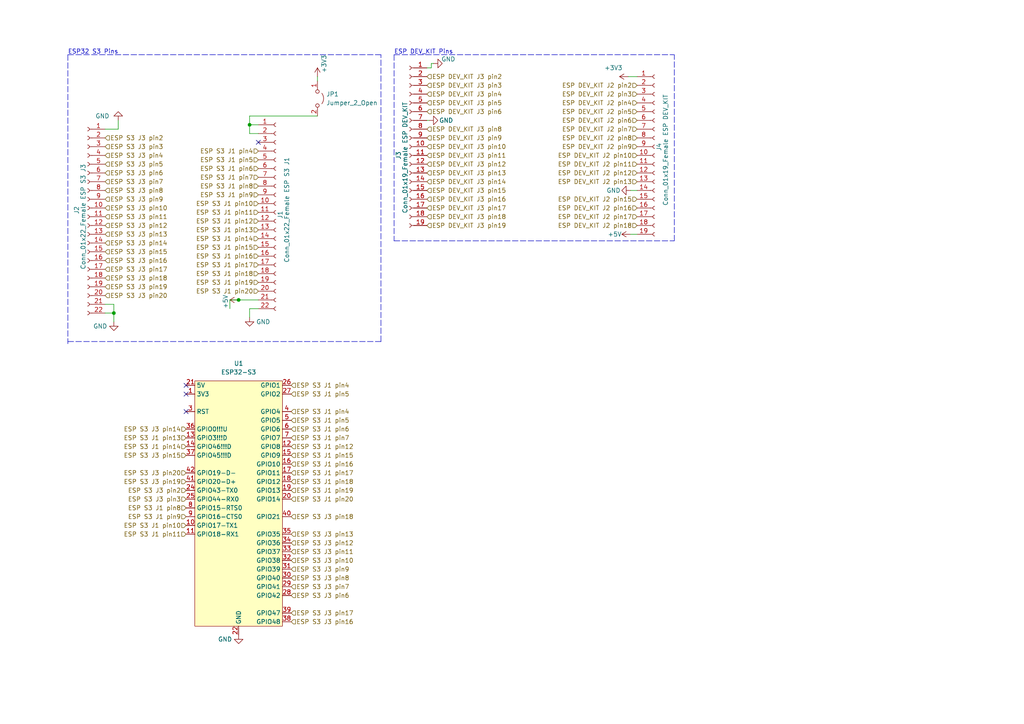
<source format=kicad_sch>
(kicad_sch (version 20211123) (generator eeschema)
  (paper "A4")
  (lib_symbols
    (symbol "Connector:Conn_01x19_Female" (pin_names (offset 1.016) hide)
      (property "Reference" "J" (at 0 25.4 0))
      (property "Value" "Conn_01x19_Female" (at 0 -25.4 0))
      (symbol "Conn_01x19_Female_1_1"
        (arc (start 0 -22.352) (mid -0.508 -22.86) (end 0 -23.368) (stroke (width 0.1524)))
        (arc (start 0 -19.812) (mid -0.508 -20.32) (end 0 -20.828) (stroke (width 0.1524)))
        (arc (start 0 -17.272) (mid -0.508 -17.78) (end 0 -18.288) (stroke (width 0.1524)))
        (arc (start 0 -14.732) (mid -0.508 -15.24) (end 0 -15.748) (stroke (width 0.1524)))
        (arc (start 0 -12.192) (mid -0.508 -12.7) (end 0 -13.208) (stroke (width 0.1524)))
        (arc (start 0 -9.652) (mid -0.508 -10.16) (end 0 -10.668) (stroke (width 0.1524)))
        (arc (start 0 -7.112) (mid -0.508 -7.62) (end 0 -8.128) (stroke (width 0.1524)))
        (arc (start 0 -4.572) (mid -0.508 -5.08) (end 0 -5.588) (stroke (width 0.1524)))
        (arc (start 0 -2.032) (mid -0.508 -2.54) (end 0 -3.048) (stroke (width 0.1524)))
        (polyline (pts (xy -1.27 -22.86) (xy -0.508 -22.86)) (stroke (width 0.1524)))
        (polyline (pts (xy -1.27 -20.32) (xy -0.508 -20.32)) (stroke (width 0.1524)))
        (polyline (pts (xy -1.27 -17.78) (xy -0.508 -17.78)) (stroke (width 0.1524)))
        (polyline (pts (xy -1.27 -15.24) (xy -0.508 -15.24)) (stroke (width 0.1524)))
        (polyline (pts (xy -1.27 -12.7) (xy -0.508 -12.7)) (stroke (width 0.1524)))
        (polyline (pts (xy -1.27 -10.16) (xy -0.508 -10.16)) (stroke (width 0.1524)))
        (polyline (pts (xy -1.27 -7.62) (xy -0.508 -7.62)) (stroke (width 0.1524)))
        (polyline (pts (xy -1.27 -5.08) (xy -0.508 -5.08)) (stroke (width 0.1524)))
        (polyline (pts (xy -1.27 -2.54) (xy -0.508 -2.54)) (stroke (width 0.1524)))
        (polyline (pts (xy -1.27 0) (xy -0.508 0)) (stroke (width 0.1524)))
        (polyline (pts (xy -1.27 2.54) (xy -0.508 2.54)) (stroke (width 0.1524)))
        (polyline (pts (xy -1.27 5.08) (xy -0.508 5.08)) (stroke (width 0.1524)))
        (polyline (pts (xy -1.27 7.62) (xy -0.508 7.62)) (stroke (width 0.1524)))
        (polyline (pts (xy -1.27 10.16) (xy -0.508 10.16)) (stroke (width 0.1524)))
        (polyline (pts (xy -1.27 12.7) (xy -0.508 12.7)) (stroke (width 0.1524)))
        (polyline (pts (xy -1.27 15.24) (xy -0.508 15.24)) (stroke (width 0.1524)))
        (polyline (pts (xy -1.27 17.78) (xy -0.508 17.78)) (stroke (width 0.1524)))
        (polyline (pts (xy -1.27 20.32) (xy -0.508 20.32)) (stroke (width 0.1524)))
        (polyline (pts (xy -1.27 22.86) (xy -0.508 22.86)) (stroke (width 0.1524)))
        (arc (start 0 0.508) (mid -0.508 0) (end 0 -0.508) (stroke (width 0.1524)))
        (arc (start 0 3.048) (mid -0.508 2.54) (end 0 2.032) (stroke (width 0.1524)))
        (arc (start 0 5.588) (mid -0.508 5.08) (end 0 4.572) (stroke (width 0.1524)))
        (arc (start 0 8.128) (mid -0.508 7.62) (end 0 7.112) (stroke (width 0.1524)))
        (arc (start 0 10.668) (mid -0.508 10.16) (end 0 9.652) (stroke (width 0.1524)))
        (arc (start 0 13.208) (mid -0.508 12.7) (end 0 12.192) (stroke (width 0.1524)))
        (arc (start 0 15.748) (mid -0.508 15.24) (end 0 14.732) (stroke (width 0.1524)))
        (arc (start 0 18.288) (mid -0.508 17.78) (end 0 17.272) (stroke (width 0.1524)))
        (arc (start 0 20.828) (mid -0.508 20.32) (end 0 19.812) (stroke (width 0.1524)))
        (arc (start 0 23.368) (mid -0.508 22.86) (end 0 22.352) (stroke (width 0.1524)))
        (pin passive line (at -5.08 22.86 0) (length 3.81) (name "Pin_1") (number "1"))
        (pin passive line (at -5.08 0 0) (length 3.81) (name "Pin_10") (number "10"))
        (pin passive line (at -5.08 -2.54 0) (length 3.81) (name "Pin_11") (number "11"))
        (pin passive line (at -5.08 -5.08 0) (length 3.81) (name "Pin_12") (number "12"))
        (pin passive line (at -5.08 -7.62 0) (length 3.81) (name "Pin_13") (number "13"))
        (pin passive line (at -5.08 -10.16 0) (length 3.81) (name "Pin_14") (number "14"))
        (pin passive line (at -5.08 -12.7 0) (length 3.81) (name "Pin_15") (number "15"))
        (pin passive line (at -5.08 -15.24 0) (length 3.81) (name "Pin_16") (number "16"))
        (pin passive line (at -5.08 -17.78 0) (length 3.81) (name "Pin_17") (number "17"))
        (pin passive line (at -5.08 -20.32 0) (length 3.81) (name "Pin_18") (number "18"))
        (pin passive line (at -5.08 -22.86 0) (length 3.81) (name "Pin_19") (number "19"))
        (pin passive line (at -5.08 20.32 0) (length 3.81) (name "Pin_2") (number "2"))
        (pin passive line (at -5.08 17.78 0) (length 3.81) (name "Pin_3") (number "3"))
        (pin passive line (at -5.08 15.24 0) (length 3.81) (name "Pin_4") (number "4"))
        (pin passive line (at -5.08 12.7 0) (length 3.81) (name "Pin_5") (number "5"))
        (pin passive line (at -5.08 10.16 0) (length 3.81) (name "Pin_6") (number "6"))
        (pin passive line (at -5.08 7.62 0) (length 3.81) (name "Pin_7") (number "7"))
        (pin passive line (at -5.08 5.08 0) (length 3.81) (name "Pin_8") (number "8"))
        (pin passive line (at -5.08 2.54 0) (length 3.81) (name "Pin_9") (number "9"))
      )
    )
    (symbol "Connector:Conn_01x22_Female" (pin_names (offset 1.016) hide)
      (property "Reference" "J" (at 0 27.94 0))
      (property "Value" "Conn_01x22_Female" (at 0 -30.48 0))
      (symbol "Conn_01x22_Female_1_1"
        (arc (start 0 -27.432) (mid -0.508 -27.94) (end 0 -28.448) (stroke (width 0.1524)))
        (arc (start 0 -24.892) (mid -0.508 -25.4) (end 0 -25.908) (stroke (width 0.1524)))
        (arc (start 0 -22.352) (mid -0.508 -22.86) (end 0 -23.368) (stroke (width 0.1524)))
        (arc (start 0 -19.812) (mid -0.508 -20.32) (end 0 -20.828) (stroke (width 0.1524)))
        (arc (start 0 -17.272) (mid -0.508 -17.78) (end 0 -18.288) (stroke (width 0.1524)))
        (arc (start 0 -14.732) (mid -0.508 -15.24) (end 0 -15.748) (stroke (width 0.1524)))
        (arc (start 0 -12.192) (mid -0.508 -12.7) (end 0 -13.208) (stroke (width 0.1524)))
        (arc (start 0 -9.652) (mid -0.508 -10.16) (end 0 -10.668) (stroke (width 0.1524)))
        (arc (start 0 -7.112) (mid -0.508 -7.62) (end 0 -8.128) (stroke (width 0.1524)))
        (arc (start 0 -4.572) (mid -0.508 -5.08) (end 0 -5.588) (stroke (width 0.1524)))
        (arc (start 0 -2.032) (mid -0.508 -2.54) (end 0 -3.048) (stroke (width 0.1524)))
        (polyline (pts (xy -1.27 -27.94) (xy -0.508 -27.94)) (stroke (width 0.1524)))
        (polyline (pts (xy -1.27 -25.4) (xy -0.508 -25.4)) (stroke (width 0.1524)))
        (polyline (pts (xy -1.27 -22.86) (xy -0.508 -22.86)) (stroke (width 0.1524)))
        (polyline (pts (xy -1.27 -20.32) (xy -0.508 -20.32)) (stroke (width 0.1524)))
        (polyline (pts (xy -1.27 -17.78) (xy -0.508 -17.78)) (stroke (width 0.1524)))
        (polyline (pts (xy -1.27 -15.24) (xy -0.508 -15.24)) (stroke (width 0.1524)))
        (polyline (pts (xy -1.27 -12.7) (xy -0.508 -12.7)) (stroke (width 0.1524)))
        (polyline (pts (xy -1.27 -10.16) (xy -0.508 -10.16)) (stroke (width 0.1524)))
        (polyline (pts (xy -1.27 -7.62) (xy -0.508 -7.62)) (stroke (width 0.1524)))
        (polyline (pts (xy -1.27 -5.08) (xy -0.508 -5.08)) (stroke (width 0.1524)))
        (polyline (pts (xy -1.27 -2.54) (xy -0.508 -2.54)) (stroke (width 0.1524)))
        (polyline (pts (xy -1.27 0) (xy -0.508 0)) (stroke (width 0.1524)))
        (polyline (pts (xy -1.27 2.54) (xy -0.508 2.54)) (stroke (width 0.1524)))
        (polyline (pts (xy -1.27 5.08) (xy -0.508 5.08)) (stroke (width 0.1524)))
        (polyline (pts (xy -1.27 7.62) (xy -0.508 7.62)) (stroke (width 0.1524)))
        (polyline (pts (xy -1.27 10.16) (xy -0.508 10.16)) (stroke (width 0.1524)))
        (polyline (pts (xy -1.27 12.7) (xy -0.508 12.7)) (stroke (width 0.1524)))
        (polyline (pts (xy -1.27 15.24) (xy -0.508 15.24)) (stroke (width 0.1524)))
        (polyline (pts (xy -1.27 17.78) (xy -0.508 17.78)) (stroke (width 0.1524)))
        (polyline (pts (xy -1.27 20.32) (xy -0.508 20.32)) (stroke (width 0.1524)))
        (polyline (pts (xy -1.27 22.86) (xy -0.508 22.86)) (stroke (width 0.1524)))
        (polyline (pts (xy -1.27 25.4) (xy -0.508 25.4)) (stroke (width 0.1524)))
        (arc (start 0 0.508) (mid -0.508 0) (end 0 -0.508) (stroke (width 0.1524)))
        (arc (start 0 3.048) (mid -0.508 2.54) (end 0 2.032) (stroke (width 0.1524)))
        (arc (start 0 5.588) (mid -0.508 5.08) (end 0 4.572) (stroke (width 0.1524)))
        (arc (start 0 8.128) (mid -0.508 7.62) (end 0 7.112) (stroke (width 0.1524)))
        (arc (start 0 10.668) (mid -0.508 10.16) (end 0 9.652) (stroke (width 0.1524)))
        (arc (start 0 13.208) (mid -0.508 12.7) (end 0 12.192) (stroke (width 0.1524)))
        (arc (start 0 15.748) (mid -0.508 15.24) (end 0 14.732) (stroke (width 0.1524)))
        (arc (start 0 18.288) (mid -0.508 17.78) (end 0 17.272) (stroke (width 0.1524)))
        (arc (start 0 20.828) (mid -0.508 20.32) (end 0 19.812) (stroke (width 0.1524)))
        (arc (start 0 23.368) (mid -0.508 22.86) (end 0 22.352) (stroke (width 0.1524)))
        (arc (start 0 25.908) (mid -0.508 25.4) (end 0 24.892) (stroke (width 0.1524)))
        (pin passive line (at -5.08 25.4 0) (length 3.81) (name "Pin_1") (number "1"))
        (pin passive line (at -5.08 2.54 0) (length 3.81) (name "Pin_10") (number "10"))
        (pin passive line (at -5.08 0 0) (length 3.81) (name "Pin_11") (number "11"))
        (pin passive line (at -5.08 -2.54 0) (length 3.81) (name "Pin_12") (number "12"))
        (pin passive line (at -5.08 -5.08 0) (length 3.81) (name "Pin_13") (number "13"))
        (pin passive line (at -5.08 -7.62 0) (length 3.81) (name "Pin_14") (number "14"))
        (pin passive line (at -5.08 -10.16 0) (length 3.81) (name "Pin_15") (number "15"))
        (pin passive line (at -5.08 -12.7 0) (length 3.81) (name "Pin_16") (number "16"))
        (pin passive line (at -5.08 -15.24 0) (length 3.81) (name "Pin_17") (number "17"))
        (pin passive line (at -5.08 -17.78 0) (length 3.81) (name "Pin_18") (number "18"))
        (pin passive line (at -5.08 -20.32 0) (length 3.81) (name "Pin_19") (number "19"))
        (pin passive line (at -5.08 22.86 0) (length 3.81) (name "Pin_2") (number "2"))
        (pin passive line (at -5.08 -22.86 0) (length 3.81) (name "Pin_20") (number "20"))
        (pin passive line (at -5.08 -25.4 0) (length 3.81) (name "Pin_21") (number "21"))
        (pin passive line (at -5.08 -27.94 0) (length 3.81) (name "Pin_22") (number "22"))
        (pin passive line (at -5.08 20.32 0) (length 3.81) (name "Pin_3") (number "3"))
        (pin passive line (at -5.08 17.78 0) (length 3.81) (name "Pin_4") (number "4"))
        (pin passive line (at -5.08 15.24 0) (length 3.81) (name "Pin_5") (number "5"))
        (pin passive line (at -5.08 12.7 0) (length 3.81) (name "Pin_6") (number "6"))
        (pin passive line (at -5.08 10.16 0) (length 3.81) (name "Pin_7") (number "7"))
        (pin passive line (at -5.08 7.62 0) (length 3.81) (name "Pin_8") (number "8"))
        (pin passive line (at -5.08 5.08 0) (length 3.81) (name "Pin_9") (number "9"))
      )
    )
    (symbol "Jumper:Jumper_2_Open" (pin_names (offset 0) hide)
      (property "Reference" "JP" (at 0 2.794 0))
      (property "Value" "Jumper_2_Open" (at 0 -2.286 0))
      (symbol "Jumper_2_Open_0_0"
        (circle (center -2.032 0) (radius 0.508))
        (circle (center 2.032 0) (radius 0.508))
      )
      (symbol "Jumper_2_Open_0_1"
        (arc (start 1.524 1.27) (mid 0 1.778) (end -1.524 1.27))
      )
      (symbol "Jumper_2_Open_1_1"
        (pin passive line (at -5.08 0 0) (length 2.54) (name "A") (number "1"))
        (pin passive line (at 5.08 0 180) (length 2.54) (name "B") (number "2"))
      )
    )
    (symbol "Robotarna_KiCad_Library:ESP32-S3"
      (property "Reference" "U" (at 0 5.08 0))
      (property "Value" "ESP32-S3" (at 0 2.54 0))
      (symbol "ESP32-S3_0_1"
        (rectangle (start -12.7 1.27) (end 12.7 -69.85) (fill (type background)))
      )
      (symbol "ESP32-S3_1_1"
        (pin power_in line (at -15.24 -2.54 0) (length 2.54) (name "3V3") (number "1"))
        (pin bidirectional line (at -15.24 -40.64 0) (length 2.54) (name "GPIO17-TX1") (number "10"))
        (pin bidirectional line (at -15.24 -43.18 0) (length 2.54) (name "GPIO18-RX1") (number "11"))
        (pin bidirectional line (at 15.24 -17.78 180) (length 2.54) (name "GPIO8") (number "12"))
        (pin bidirectional line (at -15.24 -15.24 0) (length 2.54) (name "GPIO3!!!D") (number "13"))
        (pin bidirectional line (at -15.24 -17.78 0) (length 2.54) (name "GPIO46!!!D") (number "14"))
        (pin bidirectional line (at 15.24 -20.32 180) (length 2.54) (name "GPIO9") (number "15"))
        (pin bidirectional line (at 15.24 -22.86 180) (length 2.54) (name "GPIO10") (number "16"))
        (pin bidirectional line (at 15.24 -25.4 180) (length 2.54) (name "GPIO11") (number "17"))
        (pin bidirectional line (at 15.24 -27.94 180) (length 2.54) (name "GPIO12") (number "18"))
        (pin bidirectional line (at 15.24 -30.48 180) (length 2.54) (name "GPIO13") (number "19"))
        (pin input line (at -15.24 -2.54 0) (length 2.54) hide (name "3V3") (number "2"))
        (pin bidirectional line (at 15.24 -33.02 180) (length 2.54) (name "GPIO14") (number "20"))
        (pin power_in line (at -15.24 0 0) (length 2.54) (name "5V") (number "21"))
        (pin bidirectional line (at 0 -72.39 90) (length 2.54) (name "GND") (number "22"))
        (pin input line (at 0 -72.39 90) (length 2.54) hide (name "GND") (number "23"))
        (pin bidirectional line (at -15.24 -30.48 0) (length 2.54) (name "GPIO43-TX0") (number "24"))
        (pin bidirectional line (at -15.24 -33.02 0) (length 2.54) (name "GPIO44-RX0") (number "25"))
        (pin bidirectional line (at 15.24 0 180) (length 2.54) (name "GPIO1") (number "26"))
        (pin bidirectional line (at 15.24 -2.54 180) (length 2.54) (name "GPIO2") (number "27"))
        (pin bidirectional line (at 15.24 -60.96 180) (length 2.54) (name "GPIO42") (number "28"))
        (pin bidirectional line (at 15.24 -58.42 180) (length 2.54) (name "GPIO41") (number "29"))
        (pin input line (at -15.24 -7.62 0) (length 2.54) (name "RST") (number "3"))
        (pin bidirectional line (at 15.24 -55.88 180) (length 2.54) (name "GPIO40") (number "30"))
        (pin bidirectional line (at 15.24 -53.34 180) (length 2.54) (name "GPIO39") (number "31"))
        (pin bidirectional line (at 15.24 -50.8 180) (length 2.54) (name "GPIO38") (number "32"))
        (pin bidirectional line (at 15.24 -48.26 180) (length 2.54) (name "GPIO37") (number "33"))
        (pin bidirectional line (at 15.24 -45.72 180) (length 2.54) (name "GPIO36") (number "34"))
        (pin bidirectional line (at 15.24 -43.18 180) (length 2.54) (name "GPIO35") (number "35"))
        (pin bidirectional line (at -15.24 -12.7 0) (length 2.54) (name "GPIO0!!!U") (number "36"))
        (pin bidirectional line (at -15.24 -20.32 0) (length 2.54) (name "GPIO45!!!D") (number "37"))
        (pin bidirectional line (at 15.24 -68.58 180) (length 2.54) (name "GPIO48") (number "38"))
        (pin bidirectional line (at 15.24 -66.04 180) (length 2.54) (name "GPIO47") (number "39"))
        (pin bidirectional line (at 15.24 -7.62 180) (length 2.54) (name "GPIO4") (number "4"))
        (pin bidirectional line (at 15.24 -38.1 180) (length 2.54) (name "GPIO21") (number "40"))
        (pin bidirectional line (at -15.24 -27.94 0) (length 2.54) (name "GPIO20-D+") (number "41"))
        (pin bidirectional line (at -15.24 -25.4 0) (length 2.54) (name "GPIO19-D-") (number "42"))
        (pin input line (at 0 -72.39 90) (length 2.54) hide (name "GND") (number "43"))
        (pin input line (at 0 -72.39 90) (length 2.54) hide (name "GND") (number "44"))
        (pin bidirectional line (at 15.24 -10.16 180) (length 2.54) (name "GPIO5") (number "5"))
        (pin bidirectional line (at 15.24 -12.7 180) (length 2.54) (name "GPIO6") (number "6"))
        (pin bidirectional line (at 15.24 -15.24 180) (length 2.54) (name "GPIO7") (number "7"))
        (pin bidirectional line (at -15.24 -35.56 0) (length 2.54) (name "GPIO15-RTS0") (number "8"))
        (pin bidirectional line (at -15.24 -38.1 0) (length 2.54) (name "GPIO16-CTS0") (number "9"))
      )
    )
    (symbol "power:+3V3" (power) (pin_names (offset 0))
      (property "Value" "+3V3" (at 0 3.556 0))
      (symbol "+3V3_0_1"
        (polyline (pts (xy -0.762 1.27) (xy 0 2.54)))
        (polyline (pts (xy 0 0) (xy 0 2.54)))
        (polyline (pts (xy 0 2.54) (xy 0.762 1.27)))
      )
      (symbol "+3V3_1_1"
        (pin power_in line (at 0 0 90) (length 0) hide (name "+3V3") (number "1"))
      )
    )
    (symbol "power:+5V" (power) (pin_names (offset 0))
      (property "Value" "+5V" (at 0 3.556 0))
      (symbol "+5V_0_1"
        (polyline (pts (xy -0.762 1.27) (xy 0 2.54)))
        (polyline (pts (xy 0 0) (xy 0 2.54)))
        (polyline (pts (xy 0 2.54) (xy 0.762 1.27)))
      )
      (symbol "+5V_1_1"
        (pin power_in line (at 0 0 90) (length 0) hide (name "+5V") (number "1"))
      )
    )
    (symbol "power:GND" (power) (pin_names (offset 0))
      (property "Value" "GND" (at 0 -3.81 0))
      (symbol "GND_0_1"
        (polyline (pts (xy 0 0) (xy 0 -1.27) (xy 1.27 -1.27) (xy 0 -2.54) (xy -1.27 -1.27) (xy 0 -1.27)))
      )
      (symbol "GND_1_1"
        (pin power_in line (at 0 0 270) (length 0) hide (name "GND") (number "1"))
      )
    )
  )
  (junction (at 72.39 36.195))
  (junction (at 33.02 90.805))
  (junction (at 69.215 86.995))
  (no_connect (at 53.975 119.38))
  (no_connect (at 53.975 114.3))
  (no_connect (at 74.93 41.275))
  (no_connect (at 53.975 111.76))
  (wire (pts (xy 182.245 22.225) (xy 184.785 22.225)))
  (wire (pts (xy 123.825 34.925) (xy 124.46 34.925)))
  (polyline (pts (xy 19.685 15.875) (xy 110.49 15.875)))
  (polyline (pts (xy 19.685 15.875) (xy 19.685 99.695)))
  (wire (pts (xy 33.02 90.805) (xy 33.02 93.345)))
  (polyline (pts (xy 195.58 69.85) (xy 195.58 15.875)))
  (wire (pts (xy 66.675 86.995) (xy 66.675 89.535)))
  (wire (pts (xy 33.02 88.265) (xy 33.02 90.805)))
  (wire (pts (xy 125.095 19.685) (xy 125.095 18.415)))
  (wire (pts (xy 74.93 89.535) (xy 72.39 89.535)))
  (wire (pts (xy 182.88 55.245) (xy 184.785 55.245)))
  (wire (pts (xy 72.39 33.655) (xy 92.075 33.655)))
  (polyline (pts (xy 110.49 99.06) (xy 110.49 15.875)))
  (wire (pts (xy 182.88 67.945) (xy 184.785 67.945)))
  (wire (pts (xy 125.095 18.415) (xy 125.73 18.415)))
  (polyline (pts (xy 19.685 99.06) (xy 110.49 99.06)))
  (polyline (pts (xy 114.3 69.85) (xy 195.58 69.85)))
  (wire (pts (xy 123.825 19.685) (xy 125.095 19.685)))
  (polyline (pts (xy 114.3 15.875) (xy 195.58 15.875)))
  (wire (pts (xy 72.39 33.655) (xy 72.39 36.195)))
  (polyline (pts (xy 114.3 15.875) (xy 114.3 69.85)))
  (wire (pts (xy 30.48 90.805) (xy 33.02 90.805)))
  (wire (pts (xy 72.39 36.195) (xy 74.93 36.195)))
  (wire (pts (xy 74.93 38.735) (xy 72.39 38.735)))
  (wire (pts (xy 33.02 88.265) (xy 30.48 88.265)))
  (wire (pts (xy 72.39 89.535) (xy 72.39 92.075)))
  (wire (pts (xy 34.29 37.465) (xy 30.48 37.465)))
  (wire (pts (xy 92.075 23.495) (xy 92.075 22.225)))
  (wire (pts (xy 66.675 86.995) (xy 69.215 86.995)))
  (wire (pts (xy 34.29 34.925) (xy 34.29 37.465)))
  (wire (pts (xy 72.39 36.195) (xy 72.39 38.735)))
  (wire (pts (xy 69.215 86.995) (xy 74.93 86.995)))
  (text "ESP DEV_KIT Pins" (at 114.3 15.875 0) (effects (font (size 1.27 1.27)) (justify left bottom)))
  (text "ESP32 S3 Pins" (at 19.685 15.875 0) (effects (font (size 1.27 1.27)) (justify left bottom)))
  (hierarchical_label "ESP S3 J1 pin4" (shape input) (at 84.455 111.76 0))
  (hierarchical_label "ESP DEV_KIT J2 pin10" (shape input) (at 184.785 45.085 180))
  (hierarchical_label "ESP S3 J1 pin17" (shape input) (at 84.455 137.16 0))
  (hierarchical_label "ESP DEV_KIT J2 pin18" (shape input) (at 184.785 65.405 180))
  (hierarchical_label "ESP DEV_KIT J3 pin18" (shape input) (at 123.825 62.865 0))
  (hierarchical_label "ESP S3 J3 pin14" (shape input) (at 30.48 70.485 0))
  (hierarchical_label "ESP S3 J1 pin20" (shape input) (at 74.93 84.455 180))
  (hierarchical_label "ESP DEV_KIT J2 pin4" (shape input) (at 184.785 29.845 180))
  (hierarchical_label "ESP DEV_KIT J3 pin9" (shape input) (at 123.825 40.005 0))
  (hierarchical_label "ESP S3 J3 pin10" (shape input) (at 84.455 162.56 0))
  (hierarchical_label "ESP S3 J1 pin13" (shape input) (at 53.975 127 180))
  (hierarchical_label "ESP S3 J1 pin7" (shape input) (at 74.93 51.435 180))
  (hierarchical_label "ESP S3 J1 pin16" (shape input) (at 84.455 134.62 0))
  (hierarchical_label "ESP DEV_KIT J3 pin4" (shape input) (at 123.825 27.305 0))
  (hierarchical_label "ESP S3 J3 pin14" (shape input) (at 53.975 124.46 180))
  (hierarchical_label "ESP DEV_KIT J3 pin17" (shape input) (at 123.825 60.325 0))
  (hierarchical_label "ESP S3 J1 pin6" (shape input) (at 74.93 48.895 180))
  (hierarchical_label "ESP S3 J1 pin4" (shape input) (at 74.93 43.815 180))
  (hierarchical_label "ESP S3 J3 pin9" (shape input) (at 30.48 57.785 0))
  (hierarchical_label "ESP S3 J3 pin7" (shape input) (at 84.455 170.18 0))
  (hierarchical_label "ESP S3 J1 pin12" (shape input) (at 74.93 64.135 180))
  (hierarchical_label "ESP DEV_KIT J3 pin6" (shape input) (at 123.825 32.385 0))
  (hierarchical_label "ESP S3 J3 pin16" (shape input) (at 84.455 180.34 0))
  (hierarchical_label "ESP S3 J1 pin9" (shape input) (at 53.975 149.86 180))
  (hierarchical_label "ESP S3 J3 pin17" (shape input) (at 30.48 78.105 0))
  (hierarchical_label "ESP S3 J1 pin4" (shape input) (at 84.455 119.38 0))
  (hierarchical_label "ESP DEV_KIT J3 pin16" (shape input) (at 123.825 57.785 0))
  (hierarchical_label "ESP S3 J1 pin18" (shape input) (at 74.93 79.375 180))
  (hierarchical_label "ESP DEV_KIT J2 pin11" (shape input) (at 184.785 47.625 180))
  (hierarchical_label "ESP S3 J3 pin17" (shape input) (at 84.455 177.8 0))
  (hierarchical_label "ESP S3 J1 pin17" (shape input) (at 74.93 76.835 180))
  (hierarchical_label "ESP S3 J3 pin18" (shape input) (at 84.455 149.86 0))
  (hierarchical_label "ESP S3 J1 pin5" (shape input) (at 74.93 46.355 180))
  (hierarchical_label "ESP S3 J3 pin3" (shape input) (at 30.48 42.545 0))
  (hierarchical_label "ESP S3 J3 pin7" (shape input) (at 30.48 52.705 0))
  (hierarchical_label "ESP S3 J1 pin6" (shape input) (at 84.455 124.46 0))
  (hierarchical_label "ESP DEV_KIT J2 pin9" (shape input) (at 184.785 42.545 180))
  (hierarchical_label "ESP S3 J3 pin13" (shape input) (at 84.455 154.94 0))
  (hierarchical_label "ESP DEV_KIT J2 pin13" (shape input) (at 184.785 52.705 180))
  (hierarchical_label "ESP DEV_KIT J2 pin5" (shape input) (at 184.785 32.385 180))
  (hierarchical_label "ESP S3 J1 pin19" (shape input) (at 74.93 81.915 180))
  (hierarchical_label "ESP DEV_KIT J3 pin14" (shape input) (at 123.825 52.705 0))
  (hierarchical_label "ESP S3 J3 pin11" (shape input) (at 30.48 62.865 0))
  (hierarchical_label "ESP S3 J3 pin3" (shape input) (at 53.975 144.78 180))
  (hierarchical_label "ESP S3 J1 pin19" (shape input) (at 84.455 142.24 0))
  (hierarchical_label "ESP DEV_KIT J2 pin17" (shape input) (at 184.785 62.865 180))
  (hierarchical_label "ESP S3 J1 pin15" (shape input) (at 74.93 71.755 180))
  (hierarchical_label "ESP S3 J1 pin7" (shape input) (at 84.455 127 0))
  (hierarchical_label "ESP S3 J3 pin8" (shape input) (at 30.48 55.245 0))
  (hierarchical_label "ESP S3 J3 pin20" (shape input) (at 30.48 85.725 0))
  (hierarchical_label "ESP S3 J1 pin18" (shape input) (at 84.455 139.7 0))
  (hierarchical_label "ESP DEV_KIT J2 pin6" (shape input) (at 184.785 34.925 180))
  (hierarchical_label "ESP S3 J3 pin5" (shape input) (at 30.48 47.625 0))
  (hierarchical_label "ESP S3 J3 pin6" (shape input) (at 30.48 50.165 0))
  (hierarchical_label "ESP S3 J3 pin15" (shape input) (at 53.975 132.08 180))
  (hierarchical_label "ESP S3 J3 pin2" (shape input) (at 53.975 142.24 180))
  (hierarchical_label "ESP S3 J3 pin12" (shape input) (at 84.455 157.48 0))
  (hierarchical_label "ESP S3 J1 pin20" (shape input) (at 84.455 144.78 0))
  (hierarchical_label "ESP DEV_KIT J3 pin10" (shape input) (at 123.825 42.545 0))
  (hierarchical_label "ESP DEV_KIT J3 pin11" (shape input) (at 123.825 45.085 0))
  (hierarchical_label "ESP S3 J1 pin11" (shape input) (at 74.93 61.595 180))
  (hierarchical_label "ESP S3 J1 pin10" (shape input) (at 53.975 152.4 180))
  (hierarchical_label "ESP S3 J3 pin8" (shape input) (at 84.455 167.64 0))
  (hierarchical_label "ESP S3 J1 pin8" (shape input) (at 53.975 147.32 180))
  (hierarchical_label "ESP S3 J1 pin16" (shape input) (at 74.93 74.295 180))
  (hierarchical_label "ESP S3 J3 pin2" (shape input) (at 30.48 40.005 0))
  (hierarchical_label "ESP DEV_KIT J3 pin19" (shape input) (at 123.825 65.405 0))
  (hierarchical_label "ESP S3 J3 pin12" (shape input) (at 30.48 65.405 0))
  (hierarchical_label "ESP S3 J1 pin14" (shape input) (at 53.975 129.54 180))
  (hierarchical_label "ESP S3 J1 pin10" (shape input) (at 74.93 59.055 180))
  (hierarchical_label "ESP DEV_KIT J2 pin15" (shape input) (at 184.785 57.785 180))
  (hierarchical_label "ESP S3 J1 pin5" (shape input) (at 84.455 121.92 0))
  (hierarchical_label "ESP DEV_KIT J3 pin5" (shape input) (at 123.825 29.845 0))
  (hierarchical_label "ESP S3 J1 pin8" (shape input) (at 74.93 53.975 180))
  (hierarchical_label "ESP DEV_KIT J3 pin2" (shape input) (at 123.825 22.225 0))
  (hierarchical_label "ESP DEV_KIT J2 pin16" (shape input) (at 184.785 60.325 180))
  (hierarchical_label "ESP DEV_KIT J3 pin3" (shape input) (at 123.825 24.765 0))
  (hierarchical_label "ESP DEV_KIT J2 pin12" (shape input) (at 184.785 50.165 180))
  (hierarchical_label "ESP S3 J1 pin9" (shape input) (at 74.93 56.515 180))
  (hierarchical_label "ESP S3 J3 pin19" (shape input) (at 30.48 83.185 0))
  (hierarchical_label "ESP S3 J1 pin11" (shape input) (at 53.975 154.94 180))
  (hierarchical_label "ESP S3 J3 pin6" (shape input) (at 84.455 172.72 0))
  (hierarchical_label "ESP S3 J3 pin9" (shape input) (at 84.455 165.1 0))
  (hierarchical_label "ESP S3 J3 pin13" (shape input) (at 30.48 67.945 0))
  (hierarchical_label "ESP DEV_KIT J3 pin15" (shape input) (at 123.825 55.245 0))
  (hierarchical_label "ESP DEV_KIT J3 pin8" (shape input) (at 123.825 37.465 0))
  (hierarchical_label "ESP S3 J3 pin16" (shape input) (at 30.48 75.565 0))
  (hierarchical_label "ESP S3 J3 pin20" (shape input) (at 53.975 137.16 180))
  (hierarchical_label "ESP S3 J3 pin19" (shape input) (at 53.975 139.7 180))
  (hierarchical_label "ESP DEV_KIT J2 pin8" (shape input) (at 184.785 40.005 180))
  (hierarchical_label "ESP DEV_KIT J3 pin12" (shape input) (at 123.825 47.625 0))
  (hierarchical_label "ESP S3 J1 pin15" (shape input) (at 84.455 132.08 0))
  (hierarchical_label "ESP S3 J3 pin11" (shape input) (at 84.455 160.02 0))
  (hierarchical_label "ESP S3 J1 pin13" (shape input) (at 74.93 66.675 180))
  (hierarchical_label "ESP DEV_KIT J3 pin13" (shape input) (at 123.825 50.165 0))
  (hierarchical_label "ESP S3 J1 pin12" (shape input) (at 84.455 129.54 0))
  (hierarchical_label "ESP S3 J1 pin14" (shape input) (at 74.93 69.215 180))
  (hierarchical_label "ESP S3 J3 pin18" (shape input) (at 30.48 80.645 0))
  (hierarchical_label "ESP S3 J3 pin15" (shape input) (at 30.48 73.025 0))
  (hierarchical_label "ESP S3 J3 pin10" (shape input) (at 30.48 60.325 0))
  (hierarchical_label "ESP DEV_KIT J2 pin7" (shape input) (at 184.785 37.465 180))
  (hierarchical_label "ESP DEV_KIT J2 pin3" (shape input) (at 184.785 27.305 180))
  (hierarchical_label "ESP S3 J3 pin4" (shape input) (at 30.48 45.085 0))
  (hierarchical_label "ESP S3 J1 pin5" (shape input) (at 84.455 114.3 0))
  (hierarchical_label "ESP DEV_KIT J2 pin2" (shape input) (at 184.785 24.765 180))
  (symbol (lib_id "power:GND") (at 34.29 34.925 0) (mirror x) (unit 1)
    (property "Reference" "#PWR05" (effects hide))
    (property "Value" "GND" (at 31.75 33.6549 0) (effects (justify right)))
  )
  (symbol (lib_id "Connector:Conn_01x19_Female") (at 189.865 45.085 0) (unit 1)
    (property "Reference" "J4" (at 191.135 43.8149 90) (effects (justify left)))
    (property "Value" "Conn_01x19_Female ESP DEV_KIT" (at 193.04 59.69 90) (effects (justify left)))
    (property "Footprint" "Connector_PinSocket_2.54mm:PinSocket_1x19_P2.54mm_Vertical" (effects hide))
    (property "LCSC" "C319202" (effects hide))
  )
  (symbol (lib_id "Connector:Conn_01x19_Female") (at 118.745 42.545 0) (mirror y) (unit 1)
    (property "Reference" "J3" (at 115.57 45.085 90))
    (property "Value" "Conn_01x19_Female ESP DEV_KIT" (at 117.475 45.72 90))
    (property "Footprint" "Connector_PinSocket_2.54mm:PinSocket_1x19_P2.54mm_Vertical" (effects hide))
    (property "LCSC" "C319202" (effects hide))
  )
  (symbol (lib_id "Robotarna_KiCad_Library:ESP32-S3") (at 69.215 111.76 0) (unit 1)
    (property "Reference" "U1" (at 69.215 105.41 0))
    (property "Value" "ESP32-S3" (at 69.215 107.95 0))
    (property "Footprint" "robotarna1:ESP32-devkit_v1" (effects hide))
    (property "Datasheet" "https://media.digikey.com/pdf/Data%20Sheets/~No%20Display/Espressif%20PDFs/ESP32-S3-DevKitC-1.pdf" (effects hide))
    (property "JLCPCB_IGNORE" "1" (effects hide))
  )
  (symbol (lib_id "Connector:Conn_01x22_Female") (at 25.4 62.865 0) (mirror y) (unit 1)
    (property "Reference" "J2" (at 22.225 60.96 90))
    (property "Value" "Conn_01x22_Female ESP S3 J3" (at 24.13 62.865 90))
    (property "Footprint" "Connector_PinSocket_2.54mm:PinSocket_1x22_P2.54mm_Vertical" (effects hide))
    (property "LCSC" "C2886702" (effects hide))
  )
  (symbol (lib_id "power:GND") (at 69.215 184.15 0) (mirror y) (unit 1)
    (property "Reference" "#PWR?" (effects hide))
    (property "Value" "GND" (at 67.31 185.4199 0) (effects (justify left)))
  )
  (symbol (lib_id "power:GND") (at 124.46 34.925 90) (unit 1)
    (property "Reference" "#PWR015" (effects hide))
    (property "Value" "GND" (at 131.445 34.925 90) (effects (justify left)))
  )
  (symbol (lib_id "power:+5V") (at 69.215 86.995 90) (unit 1)
    (property "Reference" "#PWR08" (effects hide))
    (property "Value" "+5V" (at 65.405 89.535 0) (effects (justify left)))
  )
  (symbol (lib_id "power:GND") (at 182.88 55.245 270) (unit 1)
    (property "Reference" "#PWR022" (effects hide))
    (property "Value" "GND" (at 175.895 55.245 90) (effects (justify left)))
  )
  (symbol (lib_id "power:+3V3") (at 182.245 22.225 90) (unit 1)
    (property "Reference" "#PWR017" (effects hide))
    (property "Value" "+3V3" (at 175.26 19.685 90) (effects (justify right)))
  )
  (symbol (lib_id "power:GND") (at 125.73 18.415 90) (unit 1)
    (property "Reference" "#PWR016" (effects hide))
    (property "Value" "GND" (at 132.08 17.145 90) (effects (justify left)))
  )
  (symbol (lib_id "power:GND") (at 33.02 93.345 0) (mirror y) (unit 1)
    (property "Reference" "#PWR04" (effects hide))
    (property "Value" "GND" (at 31.115 94.6149 0) (effects (justify left)))
  )
  (symbol (lib_id "power:GND") (at 72.39 92.075 0) (unit 1)
    (property "Reference" "#PWR09" (effects hide))
    (property "Value" "GND" (at 74.295 93.345 0) (effects (justify left)))
  )
  (symbol (lib_id "Connector:Conn_01x22_Female") (at 80.01 61.595 0) (unit 1)
    (property "Reference" "J1" (at 81.28 63.5 90) (effects (justify left)))
    (property "Value" "Conn_01x22_Female ESP S3 J1" (at 83.185 76.2 90) (effects (justify left)))
    (property "Footprint" "Connector_PinSocket_2.54mm:PinSocket_1x22_P2.54mm_Vertical" (effects hide))
    (property "LCSC" "C2886702" (effects hide))
  )
  (symbol (lib_id "power:+3V3") (at 92.075 22.225 0) (unit 1)
    (property "Reference" "#PWR014" (effects hide))
    (property "Value" "+3V3" (at 93.98 15.875 90) (effects (justify right)))
  )
  (symbol (lib_id "power:+5V") (at 182.88 67.945 90) (unit 1)
    (property "Reference" "#PWR023" (effects hide))
    (property "Value" "+5V" (at 180.34 67.945 90) (effects (justify left)))
  )
  (symbol (lib_id "Jumper:Jumper_2_Open") (at 92.075 28.575 270) (unit 1)
    (property "Reference" "JP1" (at 94.615 27.3049 90) (effects (justify left)))
    (property "Value" "Jumper_2_Open" (at 94.615 29.8449 90) (effects (justify left)))
    (property "Footprint" "Connector_PinHeader_2.54mm:PinHeader_1x02_P2.54mm_Vertical" (effects hide))
    (property "LCSC" "C2905434" (effects hide))
  )
)
</source>
